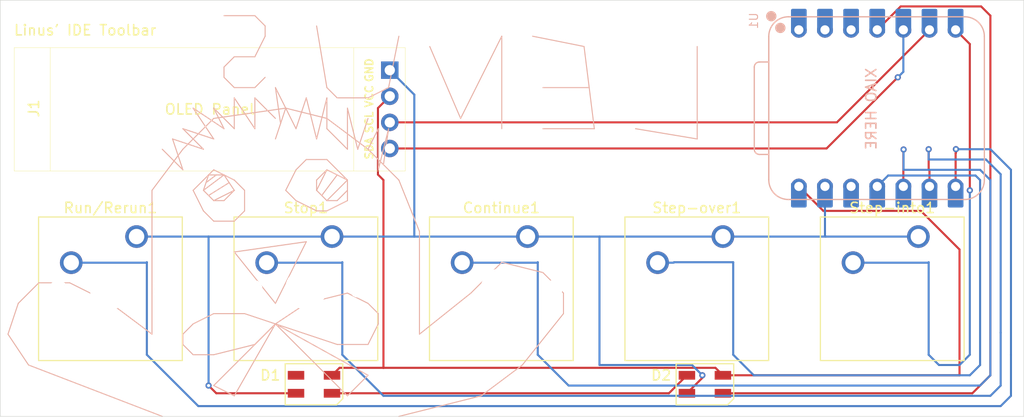
<source format=kicad_pcb>
(kicad_pcb (version 20240108) (generator "pcbnew") (generator_version "8.0")
  (layers (0 "F.Cu" signal) (31 "B.Cu" signal) (34 "B.Paste" user) (35 "F.Paste" user) (36 "B.SilkS" user "B.Silkscreen") (37 "F.SilkS" user "F.Silkscreen") (38 "B.Mask" user) (39 "F.Mask" user) (44 "Edge.Cuts" user))
  (net 0 "")
  (net 1 "Net-(D1-DIN)")
  (net 2 "GND")
  (net 4 "+5V")
  (net 5 "Net-(D2-DIN)")
  (net 6 "Net-(U1-GPIO2{slash}SCK)")
  (net 7 "Net-(U1-GPIO4{slash}MISO)")
  (net 8 "Net-(U1-GPIO3{slash}MOSI)")
  (net 9 "Net-(U1-GPIO1{slash}RX)")
  (net 12 "Net-(J1-Pin_4)")
  (net 14 "Net-(J1-Pin_3)")
  (net 15 "Net-(U1-GPIO0{slash}TX)")
  (footprint "OLED display:SSD1306-0.91-OLED-4pin-128x32" (layer "F.Cu") (at 73.115 85.115)
    (property "Reference" "J1" (at 1.9 5.91 90) (layer "F.SilkS"))
    (property "Value" "Conn_01x04_Pin")
    (fp_line (start 0 0) (end 0 12) (stroke (width 0.04)) (layer "F.SilkS"))
    (fp_line (start 0 12) (end 38 12) (stroke (width 0.04)) (layer "F.SilkS"))
    (fp_line (start 3.5 0) (end 3.5 12) (stroke (width 0.04)) (layer "F.SilkS"))
    (fp_line (start 33 0) (end 33 12) (stroke (width 0.04)) (layer "F.SilkS"))
    (fp_line (start 38 0) (end 0 0) (stroke (width 0.04)) (layer "F.SilkS"))
    (fp_line (start 38 12) (end 38 0) (stroke (width 0.04)) (layer "F.SilkS"))
    (fp_text user "VCC" (at 34.5 4.73 90) (layer "F.SilkS") (effects (font (size 0.75 0.75))))
    (fp_text user "SCL" (at 34.5 7.27 90) (layer "F.SilkS") (effects (font (size 0.75 0.75))))
    (fp_text user "GND" (at 34.5 2.19 90) (layer "F.SilkS") (effects (font (size 0.75 0.75))))
    (fp_text user "SDA" (at 34.5 9.81 90) (layer "F.SilkS") (effects (font (size 0.75 0.75))))
    (fp_text user "OLED Panel" (at 19 6 0) (layer "F.SilkS"))
    (pad "1" thru_hole rect (at 36.5 2.19) (size 1.7 1.7) (drill 1) (layers "*.Cu" "*.Mask") (net 2 "GND"))
    (pad "2" thru_hole oval (at 36.5 4.73) (size 1.7 1.7) (drill 1) (layers "*.Cu" "*.Mask") (net 4 "+5V"))
    (pad "3" thru_hole oval (at 36.5 7.27) (size 1.7 1.7) (drill 1) (layers "*.Cu" "*.Mask") (net 14 "Net-(J1-Pin_3)"))
    (pad "4" thru_hole oval (at 36.5 9.81) (size 1.7 1.7) (drill 1) (layers "*.Cu" "*.Mask") (net 12 "Net-(J1-Pin_4)"))
  )
  (footprint "Button_Switch_Keyboard:SW_Cherry_MX_1.00u_PCB" (layer "F.Cu") (at 104 103.5)
    (property "Reference" "Stop1" (at -2.54 -2.794 0) (layer "F.SilkS"))
    (property "Value" "SW_Push" (hide yes))
    (fp_line (start -9.525 -1.905) (end 4.445 -1.905) (stroke (width 0.12)) (layer "F.SilkS"))
    (fp_line (start -9.525 12.065) (end -9.525 -1.905) (stroke (width 0.12)) (layer "F.SilkS"))
    (fp_line (start 4.445 -1.905) (end 4.445 12.065) (stroke (width 0.12)) (layer "F.SilkS"))
    (fp_line (start 4.445 12.065) (end -9.525 12.065) (stroke (width 0.12)) (layer "F.SilkS"))
    (pad "" np_thru_hole circle (at -7.62 5.08) (size 1.7 1.7) (drill 1.7) (layers "*.Cu" "*.Mask"))
    (pad "" np_thru_hole circle (at -2.54 5.08) (size 4 4) (drill 4) (layers "*.Cu" "*.Mask"))
    (pad "" np_thru_hole circle (at 2.54 5.08) (size 1.7 1.7) (drill 1.7) (layers "*.Cu" "*.Mask"))
    (pad "1" thru_hole circle (at 0 0) (size 2.2 2.2) (drill 1.5) (layers "*.Cu" "*.Mask") (net 2 "GND"))
    (pad "2" thru_hole circle (at -6.35 2.54) (size 2.2 2.2) (drill 1.5) (layers "*.Cu" "*.Mask") (net 6 "Net-(U1-GPIO2{slash}SCK)"))
  )
  (footprint "Button_Switch_Keyboard:SW_Cherry_MX_1.00u_PCB" (layer "F.Cu") (at 85 103.5)
    (property "Reference" "Run/Rerun1" (at -2.54 -2.794 0) (layer "F.SilkS"))
    (property "Value" "SW_Push" (hide yes))
    (fp_line (start -9.525 -1.905) (end 4.445 -1.905) (stroke (width 0.12)) (layer "F.SilkS"))
    (fp_line (start -9.525 12.065) (end -9.525 -1.905) (stroke (width 0.12)) (layer "F.SilkS"))
    (fp_line (start 4.445 -1.905) (end 4.445 12.065) (stroke (width 0.12)) (layer "F.SilkS"))
    (fp_line (start 4.445 12.065) (end -9.525 12.065) (stroke (width 0.12)) (layer "F.SilkS"))
    (pad "" np_thru_hole circle (at -7.62 5.08) (size 1.7 1.7) (drill 1.7) (layers "*.Cu" "*.Mask"))
    (pad "" np_thru_hole circle (at -2.54 5.08) (size 4 4) (drill 4) (layers "*.Cu" "*.Mask"))
    (pad "" np_thru_hole circle (at 2.54 5.08) (size 1.7 1.7) (drill 1.7) (layers "*.Cu" "*.Mask"))
    (pad "1" thru_hole circle (at 0 0) (size 2.2 2.2) (drill 1.5) (layers "*.Cu" "*.Mask") (net 2 "GND"))
    (pad "2" thru_hole circle (at -6.35 2.54) (size 2.2 2.2) (drill 1.5) (layers "*.Cu" "*.Mask") (net 9 "Net-(U1-GPIO1{slash}RX)"))
  )
  (footprint "Button_Switch_Keyboard:SW_Cherry_MX_1.00u_PCB" (layer "F.Cu") (at 161 103.5)
    (property "Reference" "Step-into1" (at -2.54 -2.794 0) (layer "F.SilkS"))
    (property "Value" "SW_Push" (hide yes))
    (fp_line (start -9.525 -1.905) (end 4.445 -1.905) (stroke (width 0.12)) (layer "F.SilkS"))
    (fp_line (start -9.525 12.065) (end -9.525 -1.905) (stroke (width 0.12)) (layer "F.SilkS"))
    (fp_line (start 4.445 -1.905) (end 4.445 12.065) (stroke (width 0.12)) (layer "F.SilkS"))
    (fp_line (start 4.445 12.065) (end -9.525 12.065) (stroke (width 0.12)) (layer "F.SilkS"))
    (pad "" np_thru_hole circle (at -7.62 5.08) (size 1.7 1.7) (drill 1.7) (layers "*.Cu" "*.Mask"))
    (pad "" np_thru_hole circle (at -2.54 5.08) (size 4 4) (drill 4) (layers "*.Cu" "*.Mask"))
    (pad "" np_thru_hole circle (at 2.54 5.08) (size 1.7 1.7) (drill 1.7) (layers "*.Cu" "*.Mask"))
    (pad "1" thru_hole circle (at 0 0) (size 2.2 2.2) (drill 1.5) (layers "*.Cu" "*.Mask") (net 2 "GND"))
    (pad "2" thru_hole circle (at -6.35 2.54) (size 2.2 2.2) (drill 1.5) (layers "*.Cu" "*.Mask") (net 15 "Net-(U1-GPIO0{slash}TX)"))
  )
  (footprint "Button_Switch_Keyboard:SW_Cherry_MX_1.00u_PCB" (layer "F.Cu") (at 123 103.5)
    (property "Reference" "Continue1" (hide yes))
    (property "Value" "SW_Push" (hide yes))
    (fp_line (start -9.525 -1.905) (end 4.445 -1.905) (stroke (width 0.12)) (layer "F.SilkS"))
    (fp_line (start -9.525 12.065) (end -9.525 -1.905) (stroke (width 0.12)) (layer "F.SilkS"))
    (fp_line (start 4.445 -1.905) (end 4.445 12.065) (stroke (width 0.12)) (layer "F.SilkS"))
    (fp_line (start 4.445 12.065) (end -9.525 12.065) (stroke (width 0.12)) (layer "F.SilkS"))
    (fp_text user "${REFERENCE}" (at -2.54 -2.794 0) (layer "F.SilkS"))
    (pad "" np_thru_hole circle (at -7.62 5.08) (size 1.7 1.7) (drill 1.7) (layers "*.Cu" "*.Mask"))
    (pad "" np_thru_hole circle (at -2.54 5.08) (size 4 4) (drill 4) (layers "*.Cu" "*.Mask"))
    (pad "" np_thru_hole circle (at 2.54 5.08) (size 1.7 1.7) (drill 1.7) (layers "*.Cu" "*.Mask"))
    (pad "1" thru_hole circle (at 0 0) (size 2.2 2.2) (drill 1.5) (layers "*.Cu" "*.Mask") (net 2 "GND"))
    (pad "2" thru_hole circle (at -6.35 2.54) (size 2.2 2.2) (drill 1.5) (layers "*.Cu" "*.Mask") (net 7 "Net-(U1-GPIO4{slash}MISO)"))
  )
  (footprint "LED_SMD:LED_SK6812MINI_PLCC4_3.5x3.5mm_P1.75mm" (layer "F.Cu") (at 140.25 117.875)
    (property "Reference" "D2" (at -4.25 -0.875 0) (layer "F.SilkS"))
    (property "Value" "SK6812MINI" (hide yes))
    (fp_line (start -2.8 -2) (end -2.8 2) (stroke (width 0.12)) (layer "F.SilkS"))
    (fp_line (start -2.8 -2) (end 2.8 -2) (stroke (width 0.12)) (layer "F.SilkS"))
    (fp_line (start -2.8 2) (end 2.2 2) (stroke (width 0.12)) (layer "F.SilkS"))
    (fp_line (start 2.8 1.4) (end 2.2 2) (stroke (width 0.12)) (layer "F.SilkS"))
    (fp_line (start 2.8 1.4) (end 2.8 -2) (stroke (width 0.12)) (layer "F.SilkS"))
    (pad "1" smd rect (at -1.75 -0.875) (size 1.6 0.85) (layers "F.Cu" "F.Paste" "F.Mask") (net 1 "Net-(D1-DIN)"))
    (pad "2" smd rect (at -1.75 0.875) (size 1.6 0.85) (layers "F.Cu" "F.Paste" "F.Mask") (net 2 "GND"))
    (pad "3" smd rect (at 1.75 0.875) (size 1.6 0.85) (layers "F.Cu" "F.Paste" "F.Mask") (net 5 "Net-(D2-DIN)"))
    (pad "4" smd rect (at 1.75 -0.875) (size 1.6 0.85) (layers "F.Cu" "F.Paste" "F.Mask") (net 4 "+5V"))
  )
  (footprint "LED_SMD:LED_SK6812MINI_PLCC4_3.5x3.5mm_P1.75mm" (layer "F.Cu") (at 102.25 117.875)
    (property "Reference" "D1" (at -4.25 -0.875 0) (layer "F.SilkS"))
    (property "Value" "SK6812MINI" (hide yes))
    (fp_line (start -2.8 -2) (end -2.8 2) (stroke (width 0.12)) (layer "F.SilkS"))
    (fp_line (start -2.8 -2) (end 2.8 -2) (stroke (width 0.12)) (layer "F.SilkS"))
    (fp_line (start -2.8 2) (end 2.2 2) (stroke (width 0.12)) (layer "F.SilkS"))
    (fp_line (start 2.8 1.4) (end 2.2 2) (stroke (width 0.12)) (layer "F.SilkS"))
    (fp_line (start 2.8 1.4) (end 2.8 -2) (stroke (width 0.12)) (layer "F.SilkS"))
    (pad "1" smd rect (at -1.75 -0.875) (size 1.6 0.85) (layers "F.Cu" "F.Paste" "F.Mask"))
    (pad "2" smd rect (at -1.75 0.875) (size 1.6 0.85) (layers "F.Cu" "F.Paste" "F.Mask") (net 2 "GND"))
    (pad "3" smd rect (at 1.75 0.875) (size 1.6 0.85) (layers "F.Cu" "F.Paste" "F.Mask") (net 1 "Net-(D1-DIN)"))
    (pad "4" smd rect (at 1.75 -0.875) (size 1.6 0.85) (layers "F.Cu" "F.Paste" "F.Mask") (net 4 "+5V"))
  )
  (footprint "Button_Switch_Keyboard:SW_Cherry_MX_1.00u_PCB" (layer "F.Cu") (at 142 103.5)
    (property "Reference" "Step-over1" (at -2.54 -2.794 0) (layer "F.SilkS"))
    (property "Value" "SW_Push" (hide yes))
    (fp_line (start -9.525 -1.905) (end 4.445 -1.905) (stroke (width 0.12)) (layer "F.SilkS"))
    (fp_line (start -9.525 12.065) (end -9.525 -1.905) (stroke (width 0.12)) (layer "F.SilkS"))
    (fp_line (start 4.445 -1.905) (end 4.445 12.065) (stroke (width 0.12)) (layer "F.SilkS"))
    (fp_line (start 4.445 12.065) (end -9.525 12.065) (stroke (width 0.12)) (layer "F.SilkS"))
    (pad "" np_thru_hole circle (at -7.62 5.08) (size 1.7 1.7) (drill 1.7) (layers "*.Cu" "*.Mask"))
    (pad "" np_thru_hole circle (at -2.54 5.08) (size 4 4) (drill 4) (layers "*.Cu" "*.Mask"))
    (pad "" np_thru_hole circle (at 2.54 5.08) (size 1.7 1.7) (drill 1.7) (layers "*.Cu" "*.Mask"))
    (pad "1" thru_hole circle (at 0 0) (size 2.2 2.2) (drill 1.5) (layers "*.Cu" "*.Mask") (net 2 "GND"))
    (pad "2" thru_hole circle (at -6.35 2.54) (size 2.2 2.2) (drill 1.5) (layers "*.Cu" "*.Mask") (net 8 "Net-(U1-GPIO3{slash}MOSI)"))
  )
  (footprint "OPL:XIAO-RP2040-DIP" (layer "B.Cu") (at 157 91 -90)
    (property "Reference" "U1" (at -8.5 12 90) (layer "B.SilkS") (effects (font (size 0.8 0.8) (thickness 0.1016)) (justify mirror)))
    (property "Value" "XIAO-RP2040-DIP" (hide yes))
    (fp_line (start 4.004 11.951) (end -3.991272 11.951) (stroke (width 0.127)) (layer "B.SilkS"))
    (fp_line (start -4.491272 11.451272) (end -4.495 10.541) (stroke (width 0.127)) (layer "B.SilkS"))
    (fp_line (start -6.985 10.541) (end 6.985 10.541) (stroke (width 0.1)) (layer "B.SilkS"))
    (fp_line (start -6.985 10.541) (end 6.985 10.541) (stroke (width 0.127)) (layer "B.SilkS"))
    (fp_line (start 4.504 10.541) (end 4.504 11.451) (stroke (width 0.127)) (layer "B.SilkS"))
    (fp_line (start -8.89 8.636) (end -8.89 -8.509) (stroke (width 0.127)) (layer "B.SilkS"))
    (fp_line (start 8.89 8.636) (end 8.89 -8.509) (stroke (width 0.127)) (layer "B.SilkS"))
    (fp_line (start 6.985 -10.414) (end -6.985 -10.414) (stroke (width 0.127)) (layer "B.SilkS"))
    (fp_arc (start -3.991272 11.951) (mid -4.344724 11.804644) (end -4.491272 11.451272) (stroke (width 0.127)) (layer "B.SilkS"))
    (fp_arc (start 4.504 11.451) (mid 4.357553 11.804553) (end 4.004 11.951) (stroke (width 0.127)) (layer "B.SilkS"))
    (fp_arc (start -6.985 10.541) (mid -8.332038 9.983038) (end -8.89 8.636) (stroke (width 0.127)) (layer "B.SilkS"))
    (fp_arc (start 8.89 8.636) (mid 8.332038 9.983038) (end 6.985 10.541) (stroke (width 0.127)) (layer "B.SilkS"))
    (fp_arc (start -8.89 -8.509) (mid -8.332038 -9.856038) (end -6.985 -10.414) (stroke (width 0.127)) (layer "B.SilkS"))
    (fp_arc (start 6.985 -10.414) (mid 8.332038 -9.856038) (end 8.89 -8.509) (stroke (width 0.127)) (layer "B.SilkS"))
    (fp_circle (center -8.95 10.3) (end -8.95 10.554) (stroke (width 0.5)) (fill solid) (layer "B.SilkS"))
    (fp_circle (center -7.807 9.42) (end -7.807 9.674) (stroke (width 0.5)) (fill solid) (layer "B.SilkS"))
    (pad "1" smd roundrect (at -8.455 7.62 90) (size 2.432 1.524) (layers "B.Cu" "B.Mask") (roundrect_rratio 0.1))
    (pad "1" thru_hole circle (at -7.62 7.62 90) (size 1.524 1.524) (drill 0.889) (layers "*.Cu" "*.Mask"))
    (pad "2" smd roundrect (at -8.455 5.08 90) (size 2.432 1.524) (layers "B.Cu" "B.Mask") (roundrect_rratio 0.1))
    (pad "2" thru_hole circle (at -7.62 5.08 90) (size 1.524 1.524) (drill 0.889) (layers "*.Cu" "*.Mask"))
    (pad "3" smd roundrect (at -8.455 2.54 90) (size 2.432 1.524) (layers "B.Cu" "B.Mask") (roundrect_rratio 0.1))
    (pad "3" thru_hole circle (at -7.62 2.54 90) (size 1.524 1.524) (drill 0.889) (layers "*.Cu" "*.Mask"))
    (pad "4" smd roundrect (at -8.455 0 90) (size 2.432 1.524) (layers "B.Cu" "B.Mask") (roundrect_rratio 0.1) (net 5 "Net-(D2-DIN)"))
    (pad "4" thru_hole circle (at -7.62 0 90) (size 1.524 1.524) (drill 0.889) (layers "*.Cu" "*.Mask") (net 5 "Net-(D2-DIN)"))
    (pad "5" smd roundrect (at -8.455 -2.54 90) (size 2.432 1.524) (layers "B.Cu" "B.Mask") (roundrect_rratio 0.1) (net 12 "Net-(J1-Pin_4)"))
    (pad "5" thru_hole circle (at -7.62 -2.54 90) (size 1.524 1.524) (drill 0.889) (layers "*.Cu" "*.Mask") (net 12 "Net-(J1-Pin_4)"))
    (pad "6" smd roundrect (at -8.455 -5.08 90) (size 2.432 1.524) (layers "B.Cu" "B.Mask") (roundrect_rratio 0.1) (net 14 "Net-(J1-Pin_3)"))
    (pad "6" thru_hole circle (at -7.62 -5.08 90) (size 1.524 1.524) (drill 0.889) (layers "*.Cu" "*.Mask") (net 14 "Net-(J1-Pin_3)"))
    (pad "7" smd roundrect (at -8.455 -7.62 90) (size 2.432 1.524) (layers "B.Cu" "B.Mask") (roundrect_rratio 0.1) (net 15 "Net-(U1-GPIO0{slash}TX)"))
    (pad "7" thru_hole circle (at -7.62 -7.62 90) (size 1.524 1.524) (drill 0.889) (layers "*.Cu" "*.Mask") (net 15 "Net-(U1-GPIO0{slash}TX)"))
    (pad "8" thru_hole circle (at 7.62 -7.62 270) (size 1.524 1.524) (drill 0.889) (layers "*.Cu" "*.Mask") (net 9 "Net-(U1-GPIO1{slash}RX)"))
    (pad "8" smd roundrect (at 8.455 -7.62 270) (size 2.432 1.524) (layers "B.Cu" "B.Mask") (roundrect_rratio 0.1) (net 9 "Net-(U1-GPIO1{slash}RX)"))
    (pad "9" thru_hole circle (at 7.62 -5.08 270) (size 1.524 1.524) (drill 0.889) (layers "*.Cu" "*.Mask") (net 6 "Net-(U1-GPIO2{slash}SCK)"))
    (pad "9" smd roundrect (at 8.455 -5.08 270) (size 2.432 1.524) (layers "B.Cu" "B.Mask") (roundrect_rratio 0.1) (net 6 "Net-(U1-GPIO2{slash}SCK)"))
    (pad "10" thru_hole circle (at 7.62 -2.54 270) (size 1.524 1.524) (drill 0.889) (layers "*.Cu" "*.Mask") (net 7 "Net-(U1-GPIO4{slash}MISO)"))
    (pad "10" smd roundrect (at 8.455 -2.54 270) (size 2.432 1.524) (layers "B.Cu" "B.Mask") (roundrect_rratio 0.1) (net 7 "Net-(U1-GPIO4{slash}MISO)"))
    (pad "11" thru_hole circle (at 7.62 0 270) (size 1.524 1.524) (drill 0.889) (layers "*.Cu" "*.Mask") (net 8 "Net-(U1-GPIO3{slash}MOSI)"))
    (pad "11" smd roundrect (at 8.455 0 270) (size 2.432 1.524) (layers "B.Cu" "B.Mask") (roundrect_rratio 0.1) (net 8 "Net-(U1-GPIO3{slash}MOSI)"))
    (pad "12" thru_hole circle (at 7.62 2.54 270) (size 1.524 1.524) (drill 0.889) (layers "*.Cu" "*.Mask"))
    (pad "12" smd roundrect (at 8.455 2.54 270) (size 2.432 1.524) (layers "B.Cu" "B.Mask") (roundrect_rratio 0.1))
    (pad "13" thru_hole circle (at 7.62 5.08 270) (size 1.524 1.524) (drill 0.889) (layers "*.Cu" "*.Mask") (net 2 "GND"))
    (pad "13" smd roundrect (at 8.455 5.08 270) (size 2.432 1.524) (layers "B.Cu" "B.Mask") (roundrect_rratio 0.1) (net 2 "GND"))
    (pad "14" thru_hole circle (at 7.62 7.62 270) (size 1.524 1.524) (drill 0.889) (layers "*.Cu" "*.Mask") (net 4 "+5V"))
    (pad "14" smd roundrect (at 8.455 7.62 270) (size 2.432 1.524) (layers "B.Cu" "B.Mask") (roundrect_rratio 0.1) (net 4 "+5V"))
  )
  (gr_line (start 99.5 91) (end 98.5 89) (stroke (width 0.1)) (layer "B.SilkS"))
  (gr_line (start 105.5 95) (end 103.5 93) (stroke (width 0.1)) (layer "B.SilkS"))
  (gr_line (start 98.5 112) (end 101.5 110) (stroke (width 0.1)) (layer "B.SilkS"))
  (gr_line (start 92.5 100) (end 91.5 99) (stroke (width 0.1)) (layer "B.SilkS"))
  (gr_line (start 101.5 110) (end 105.5 109) (stroke (width 0.1)) (layer "B.SilkS"))
  (gr_line (start 107.5 117) (end 105.5 119) (stroke (width 0.1)) (layer "B.SilkS"))
  (gr_line (start 92.5 102) (end 91.5 101) (stroke (width 0.1)) (layer "B.SilkS"))
  (gr_line (start 97.5 83) (end 97.5 84) (stroke (width 0.1)) (layer "B.SilkS"))
  (gr_line (start 122.5 116) (end 126.5 111) (stroke (width 0.1)) (layer "B.SilkS"))
  (gr_line (start 128.5 85) (end 129.5 93) (stroke (width 0.1)) (layer "B.SilkS"))
  (gr_line (start 96.5 93) (end 94.5 90) (stroke (width 0.1)) (layer "B.SilkS"))
  (gr_line (start 110.5 84) (end 109.5 89) (stroke (width 0.1)) (layer "B.SilkS"))
  (gr_line (start 100.5 100) (end 102.5 101) (stroke (width 0.1)) (layer "B.SilkS"))
  (gr_line (start 98.5 92) (end 96.5 90) (stroke (width 0.1)) (layer "B.SilkS"))
  (gr_line (start 98.5 112) (end 107.5 117) (stroke (width 0.1)) (layer "B.SilkS"))
  (gr_line (start 101.5 96) (end 100.5 97) (stroke (width 0.1)) (layer "B.SilkS"))
  (gr_line (start 96.5 86) (end 94.5 86) (stroke (width 0.1)) (layer "B.SilkS"))
  (gr_line (start 74.5 116) (end 87.5 121) (stroke (width 0.1)) (layer "B.SilkS"))
  (gr_line (start 86.5 99) (end 86.5 113) (stroke (width 0.1)) (layer "B.SilkS"))
  (gr_line (start 126.5 111) (end 126.5 109) (stroke (width 0.1)) (layer "B.SilkS"))
  (gr_line (start 105.5 98) (end 103.5 100) (stroke (width 0.1)) (layer "B.SilkS"))
  (gr_line (start 97.5 84) (end 96.5 86) (stroke (width 0.1)) (layer "B.SilkS"))
  (gr_line (start 110.5 121) (end 118.5 119) (stroke (width 0.1)) (layer "B.SilkS"))
  (gr_line (start 90.5 115) (end 92.5 115) (stroke (width 0.1)) (layer "B.SilkS"))
  (gr_line (start 98.5 110) (end 101.5 104) (stroke (width 0.1)) (layer "B.SilkS"))
  (gr_line (start 103.5 93) (end 103.5 90) (stroke (width 0.1)) (layer "B.SilkS"))
  (gr_line (start 109.5 93) (end 108.5 97) (stroke (width 0.1)) (layer "B.SilkS"))
  (gr_line (start 94.5 99) (end 93.5 100) (stroke (width 0.1)) (layer "B.SilkS"))
  (gr_line (start 105.5 119) (end 98.5 112) (stroke (width 0.1)) (layer "B.SilkS"))
  (gr_line (start 105.5 91) (end 105.5 95) (stroke (width 0.1)) (layer "B.SilkS"))
  (gr_line (start 91.5 95) (end 88.5 94) (stroke (width 0.1)) (layer "B.SilkS"))
  (gr_line (start 96.5 114) (end 98.5 112) (stroke (width 0.1)) (layer "B.SilkS"))
  (gr_line (start 92.75 97.5) (end 91.75 98.25) (stroke (width 0.1)) (layer "B.SilkS"))
  (gr_line (start 101.5 90) (end 100.5 93) (stroke (width 0.1)) (layer "B.SilkS"))
  (gr_line (start 92.5 91) (end 93.5 93) (stroke (width 0.1)) (layer "B.SilkS"))
  (gr_line (start 101.5 104) (end 94.5 105) (stroke (width 0.1)) (layer "B.SilkS"))
  (gr_line (start 102.5 101) (end 103.5 101) (stroke (width 0.1)) (layer "B.SilkS"))
  (gr_line (start 103.5 97) (end 102.5 98) (stroke (width 0.1)) (layer "B.SilkS"))
  (gr_line (start 92.5 115) (end 96.5 114) (stroke (width 0.1)) (layer "B.SilkS"))
  (gr_line (start 91.5 99) (end 92 97.5) (stroke (width 0.1)) (layer "B.SilkS"))
  (gr_line (start 95.5 99) (end 95.5 101) (stroke (width 0.1)) (layer "B.SilkS"))
  (gr_line (start 112.5 103) (end 110.5 98) (stroke (width 0.1)) (layer "B.SilkS"))
  (gr_line (start 139.5 85) (end 139.5 94) (stroke (width 0.1)) (layer "B.SilkS"))
  (gr_line (start 90.5 91) (end 92.5 94) (stroke (width 0.1)) (layer "B.SilkS"))
  (gr_line (start 96.5 89) (end 97.5 88) (stroke (width 0.1)) (layer "B.SilkS"))
  (gr_line (start 107.5 95) (end 103.5 92) (stroke (width 0.1)) (layer "B.SilkS"))
  (gr_line (start 93.5 100) (end 92.5 100) (stroke (width 0.1)) (layer "B.SilkS"))
  (gr_line (start 91.5 101) (end 90.5 99) (stroke (width 0.1)) (layer "B.SilkS"))
  (gr_line (start 94.5 105) (end 98.5 110) (stroke (width 0.1)) (layer "B.SilkS"))
  (gr_line (start 72.5 113) (end 74.5 116) (stroke (width 0.1)) (layer "B.SilkS"))
  (gr_line (start 107.5 114) (end 104.5 114) (stroke (width 0.1)) (layer "B.SilkS"))
  (gr_line (start 88.5 94) (end 89.5 97) (stroke (width 0.1)) (layer "B.SilkS"))
  (gr_line (start 117.5 109) (end 112.5 113) (stroke (width 0.1)) (layer "B.SilkS"))
  (gr_line (start 100.5 93) (end 99.5 91) (stroke (width 0.1)) (layer "B.SilkS"))
  (gr_line (start 93.5 97.5) (end 91.5 99) (stroke (width 0.1)) (layer "B.SilkS"))
  (gr_line (start 90.5 112) (end 89.5 113) (stroke (width 0.1)) (layer "B.SilkS"))
  (gr_line (start 103 99.5) (end 104.5 97.5) (stroke (width 0.1)) (layer "B.SilkS"))
  (gr_line (start 108.5 111) (end 108.5 112) (stroke (width 0.1)) (layer "B.SilkS"))
  (gr_line (start 94.5 99) (end 92.5 100) (stroke (width 0.1)) (layer "B.SilkS"))
  (gr_line (start 73.5 110) (end 72.5 113) (stroke (width 0.1)) (layer "B.SilkS"))
  (gr_line (start 109.5 89) (end 107.5 90) (stroke (width 0.1)) (layer "B.SilkS"))
  (gr_line (start 103.5 101) (end 105.5 100) (stroke (width 0.1)) (layer "B.SilkS"))
  (gr_line (start 129 89) (end 124.5 89) (stroke (width 0.1)) (layer "B.SilkS"))
  (gr_line (start 105.5 98) (end 103.5 97) (stroke (width 0.1)) (layer "B.SilkS"))
  (gr_line (start 120.5 106) (end 117.5 109) (stroke (width 0.1)) (layer "B.SilkS"))
  (gr_line (start 107.5 92) (end 106.5 95) (stroke (width 0.1)) (layer "B.SilkS"))
  (gr_line (start 139.5 94) (end 133.5 93) (stroke (width 0.1)) (layer "B.SilkS"))
  (gr_line (start 94.5 102) (end 92.5 102) (stroke (width 0.1)) (layer "B.SilkS"))
  (gr_line (start 99.5 91) (end 92.5 92) (stroke (width 0.1)) (layer "B.SilkS"))
  (gr_line (start 94.5 119) (end 92.5 118) (stroke (width 0.1)) (layer "B.SilkS"))
  (gr_line (start 96.5 90) (end 96.5 93) (stroke (width 0.1)) (layer "B.SilkS"))
  (gr_line (start 92.5 118) (end 98.5 112) (stroke (width 0.1)) (layer "B.SilkS"))
  (gr_line (start 89.5 113) (end 89.5 114) (stroke (width 0.1)) (layer "B.SilkS"))
  (gr_line (start 93.5 93) (end 90.5 91) (stroke (width 0.1)) (layer "B.SilkS"))
  (gr_line (start 96.5 82) (end 97.5 83) (stroke (width 0.1)) (layer "B.SilkS"))
  (gr_line (start 105.5 109) (end 107.5 110) (stroke (width 0.1)) (layer "B.SilkS"))
  (gr_line (start 128.5 85) (end 123.5 84) (stroke (width 0.1)) (layer "B.SilkS"))
  (gr_line (start 104.5 90) (end 103.5 89) (stroke (width 0.1)) (layer "B.SilkS"))
  (gr_line (start 92.5 94) (end 89.5 93) (stroke (width 0.1)) (layer "B.SilkS"))
  (gr_line (start 120.5 93) (end 120.5 84) (stroke (width 0.1)) (layer "B.SilkS"))
  (gr_line (start 82.5 110) (end 78.5 108) (stroke (width 0.1)) (layer "B.SilkS"))
  (gr_line (start 129.5 93) (end 124.5 93) (stroke (width 0.1)) (layer "B.SilkS"))
  (gr_line (start 89.5 97) (end 87.5 95) (stroke (width 0.1)) (layer "B.SilkS"))
  (gr_line (start 102.5 98) (end 102.5 99) (stroke (width 0.1)) (layer "B.SilkS"))
  (gr_line (start 120.5 84) (end 116.5 92) (stroke (width 0.1)) (layer "B.SilkS"))
  (gr_line (start 92 99.5) (end 94 98.25) (stroke (width 0.1)) (layer "B.SilkS"))
  (gr_line (start 103.5 100) (end 104.5 100) (stroke (width 0.1)) (layer "B.SilkS"))
  (gr_line (start 110.5 98) (end 107.5 95) (stroke (width 0.1)) (layer "B.SilkS"))
  (gr_line (start 116.5 92) (end 113.5 85) (stroke (width 0.1)) (layer "B.SilkS"))
  (gr_line (start 112.5 113) (end 112.5 103) (stroke (width 0.1)) (layer "B.SilkS"))
  (gr_line (start 118.5 119) (end 122.5 116) (stroke (width 0.1)) (layer "B.SilkS"))
  (gr_line (start 86.5 113) (end 82.5 110) (stroke (width 0.1)) (layer "B.SilkS"))
  (gr_line (start 108.5 112) (end 107.5 114) (stroke (width 0.1)) (layer "B.SilkS"))
  (gr_line (start 92 97.5) (end 93.5 97.5) (stroke (width 0.1)) (layer "B.SilkS"))
  (gr_line (start 93.5 97.5) (end 94.5 99) (stroke (width 0.1)) (layer "B.SilkS"))
  (gr_line (start 98.5 94) (end 99.5 91) (stroke (width 0.1)) (layer "B.SilkS"))
  (gr_line (start 107.5 90) (end 104.5 90) (stroke (width 0.1)) (layer "B.SilkS"))
  (gr_line (start 100.5 97) (end 99.5 99) (stroke (width 0.1)) (layer "B.SilkS"))
  (gr_line (start 94.5 89) (end 96.5 89) (stroke (width 0.1)) (layer "B.SilkS"))
  (gr_line (start 95.5 111) (end 92.5 111) (stroke (width 0.1)) (layer "B.SilkS"))
  (gr_line (start 104.5 100) (end 105.5 99) (stroke (width 0.1)) (layer "B.SilkS"))
  (gr_line (start 107.5 110) (end 108.5 111) (stroke (width 0.1)) (layer "B.SilkS"))
  (gr_line (start 95.5 101) (end 94.5 102) (stroke (width 0.1)) (layer "B.SilkS"))
  (gr_line (start 94.5 86) (end 93.5 87) (stroke (width 0.1)) (layer "B.SilkS"))
  (gr_line (start 98.5 89) (end 99 92.5) (stroke (width 0.1)) (layer "B.SilkS"))
  (gr_line (start 78.5 108) (end 75.5 108) (stroke (width 0.1)) (layer "B.SilkS"))
  (gr_line (start 103.5 89) (end 102.5 83) (stroke (width 0.1)) (layer "B.SilkS"))
  (gr_line (start 93.5 82) (end 96.5 82) (stroke (width 0.1)) (layer "B.SilkS"))
  (gr_line (start 98.5 112) (end 94.5 119) (stroke (width 0.1)) (layer "B.SilkS"))
  (gr_line (start 94.5 90) (end 94.5 93) (stroke (width 0.1)) (layer "B.SilkS"))
  (gr_line (start 103.5 97) (end 102.5 99) (stroke (width 0.1)) (layer "B.SilkS"))
  (gr_line (start 105.5 98) (end 103.5 96) (stroke (width 0.1)) (layer "B.SilkS"))
  (gr_line (start 98.5 112) (end 95.5 111) (stroke (width 0.1)) (layer "B.SilkS"))
  (gr_line (start 124.5 107) (end 120.5 106) (stroke (width 0.1)) (layer "B.SilkS"))
  (gr_line (start 94.5 98) (end 95.5 99) (stroke (width 0.1)) (layer "B.SilkS"))
  (gr_line (start 108.5 97) (end 108.5 93) (stroke (width 0.1)) (layer "B.SilkS"))
  (gr_line (start 99.5 99) (end 100.5 100) (stroke (width 0.1)) (layer "B.SilkS"))
  (gr_line (start 109 96.5) (end 109.5 93) (stroke (width 0.1)) (layer "B.SilkS"))
  (gr_line (start 103.5 90) (end 102.5 94) (stroke (width 0.1)) (layer "B.SilkS"))
  (gr_line (start 75.5 108) (end 73.5 110) (stroke (width 0.1)) (layer "B.SilkS"))
  (gr_line (start 103.5 96) (end 101.5 96) (stroke (width 0.1)) (layer "B.SilkS"))
  (gr_line (start 89.5 95) (end 86.5 99) (stroke (width 0.1)) (layer "B.SilkS"))
  (gr_line (start 89.5 93) (end 91.5 95) (stroke (width 0.1)) (layer "B.SilkS"))
  (gr_line (start 106.5 95) (end 105.5 91) (stroke (width 0.1)) (layer "B.SilkS"))
  (gr_line (start 93.5 87) (end 93.5 88) (stroke (width 0.1)) (layer "B.SilkS"))
  (gr_line (start 92.5 92) (end 89.5 95) (stroke (width 0.1)) (layer "B.SilkS"))
  (gr_line (start 126.5 109) (end 124.5 107) (stroke (width 0.1)) (layer "B.SilkS"))
  (gr_line (start 105.5 100) (end 105.5 98) (stroke (width 0.1)) (layer "B.SilkS"))
  (gr_line (start 89.5 114) (end 90.5 115) (stroke (width 0.1)) (layer "B.SilkS"))
  (gr_line (start 102.5 99) (end 103.5 100) (stroke (width 0.1)) (layer "B.SilkS"))
  (gr_line (start 103.5 92) (end 99.5 91) (stroke (width 0.1)) (layer "B.SilkS"))
  (gr_line (start 92.5 97) (end 94.5 98) (stroke (width 0.1)) (layer "B.SilkS"))
  (gr_line (start 91.5 98) (end 92.5 97) (stroke (width 0.1)) (layer "B.SilkS"))
  (gr_line (start 104.5 114) (end 98.5 112) (stroke (width 0.1)) (layer "B.SilkS"))
  (gr_line (start 90.5 99) (end 91.5 98) (stroke (width 0.1)) (layer "B.SilkS"))
  (gr_line (start 108.5 93) (end 107.5 95) (stroke (width 0.1)) (layer "B.SilkS"))
  (gr_line (start 92.5 111) (end 90.5 112) (stroke (width 0.1)) (layer "B.SilkS"))
  (gr_line (start 94.5 93) (end 92.5 91) (stroke (width 0.1)) (layer "B.SilkS"))
  (gr_line (start 93.5 88) (end 94.5 89) (stroke (width 0.1)) (layer "B.SilkS"))
  (gr_line (start 102.5 94) (end 101.5 90) (stroke (width 0.1)) (layer "B.SilkS"))
  (gr_rect (start 71.75 80.5) (end 171.25 121) (stroke (width 0.05)) (fill none) (layer "Edge.Cuts"))
  (gr_text "XIAO HERE" (at 157 87 90) (layer "B.SilkS") (effects (font (size 1 1)) (justify left bottom mirror)))
  (gr_text "Linus' IDE Toolbar" (at 73 84 0) (layer "F.SilkS") (effects (font (size 1 1)) (justify left bottom)))
  (segment (start 104 118.75) (end 136.75 118.75) (width 0.2) (layer "F.Cu") (net 1))
  (segment (start 136.75 118.75) (end 138.5 117) (width 0.2) (layer "F.Cu") (net 1))
  (segment (start 92.75 118.75) (end 92 118) (width 0.2) (layer "F.Cu") (net 2))
  (segment (start 140 117.25) (end 140 117) (width 0.2) (layer "F.Cu") (net 2))
  (segment (start 138.5 118.75) (end 140 117.25) (width 0.2) (layer "F.Cu") (net 2))
  (segment (start 100.5 118.75) (end 92.75 118.75) (width 0.2) (layer "F.Cu") (net 2))
  (via (at 92 118) (size 0.6) (drill 0.3) (layers "F.Cu" "B.Cu") (net 2))
  (via (at 140 117) (size 0.6) (drill 0.3) (layers "F.Cu" "B.Cu") (net 2))
  (segment (start 92 103.5) (end 92 118) (width 0.2) (layer "B.Cu") (net 2))
  (segment (start 130 103.5) (end 142 103.5) (width 0.2) (layer "B.Cu") (net 2))
  (segment (start 142 103.5) (end 152 103.5) (width 0.2) (layer "B.Cu") (net 2))
  (segment (start 92 103.5) (end 104 103.5) (width 0.2) (layer "B.Cu") (net 2))
  (segment (start 140 117) (end 139 116) (width 0.2) (layer "B.Cu") (net 2))
  (segment (start 130 116) (end 130 103.5) (width 0.2) (layer "B.Cu") (net 2))
  (segment (start 123 103.5) (end 130 103.5) (width 0.2) (layer "B.Cu") (net 2))
  (segment (start 109.615 87.305) (end 112 89.69) (width 0.2) (layer "B.Cu") (net 2))
  (segment (start 112 89.69) (end 112 103.5) (width 0.2) (layer "B.Cu") (net 2))
  (segment (start 151.92 98.62) (end 151.92 103.42) (width 0.2) (layer "B.Cu") (net 2))
  (segment (start 112 103.5) (end 123 103.5) (width 0.2) (layer "B.Cu") (net 2))
  (segment (start 151.92 103.42) (end 152 103.5) (width 0.2) (layer "B.Cu") (net 2))
  (segment (start 104 103.5) (end 112 103.5) (width 0.2) (layer "B.Cu") (net 2))
  (segment (start 139 116) (end 130 116) (width 0.2) (layer "B.Cu") (net 2))
  (segment (start 152 103.5) (end 161 103.5) (width 0.2) (layer "B.Cu") (net 2))
  (segment (start 85 103.5) (end 92 103.5) (width 0.2) (layer "B.Cu") (net 2))
  (segment (start 104.725 116.275) (end 109 116.275) (width 0.2) (layer "F.Cu") (net 4))
  (segment (start 151.76 101) (end 149.38 98.62) (width 0.2) (layer "F.Cu") (net 4))
  (segment (start 165 117) (end 165 104.76) (width 0.2) (layer "F.Cu") (net 4))
  (segment (start 108.465 97.465) (end 109 98) (width 0.2) (layer "F.Cu") (net 4))
  (segment (start 165 104.76) (end 161.24 101) (width 0.2) (layer "F.Cu") (net 4))
  (segment (start 108.465 90.995) (end 108.465 97.465) (width 0.2) (layer "F.Cu") (net 4))
  (segment (start 109 98) (end 109 116.275) (width 0.2) (layer "F.Cu") (net 4))
  (segment (start 141.275 116.275) (end 142 117) (width 0.2) (layer "F.Cu") (net 4))
  (segment (start 104 117) (end 104.725 116.275) (width 0.2) (layer "F.Cu") (net 4))
  (segment (start 109.615 89.845) (end 108.465 90.995) (width 0.2) (layer "F.Cu") (net 4))
  (segment (start 161.24 101) (end 151.76 101) (width 0.2) (layer "F.Cu") (net 4))
  (segment (start 109 116.275) (end 141.275 116.275) (width 0.2) (layer "F.Cu") (net 4))
  (segment (start 142 117) (end 165 117) (width 0.2) (layer "F.Cu") (net 4))
  (segment (start 168 117) (end 166.25 118.75) (width 0.2) (layer "F.Cu") (net 5))
  (segment (start 168 82) (end 168 117) (width 0.2) (layer "F.Cu") (net 5))
  (segment (start 157 83.38) (end 159.28 81.1) (width 0.2) (layer "F.Cu") (net 5))
  (segment (start 159.28 81.1) (end 167.1 81.1) (width 0.2) (layer "F.Cu") (net 5))
  (segment (start 167.1 81.1) (end 168 82) (width 0.2) (layer "F.Cu") (net 5))
  (segment (start 166.25 118.75) (end 142 118.75) (width 0.2) (layer "F.Cu") (net 5))
  (segment (start 162 95) (end 162 97) (width 0.2) (layer "F.Cu") (net 6))
  (segment (start 162.08 97.08) (end 162.08 98.62) (width 0.2) (layer "F.Cu") (net 6))
  (segment (start 162 97) (end 162.08 97.08) (width 0.2) (layer "F.Cu") (net 6))
  (via (at 162 95) (size 0.6) (drill 0.3) (layers "F.Cu" "B.Cu") (net 6))
  (segment (start 97.65 106.04) (end 104.96 106.04) (width 0.2) (layer "B.Cu") (net 6))
  (segment (start 162 96) (end 162 95) (width 0.2) (layer "B.Cu") (net 6))
  (segment (start 169 112.847786) (end 169 97.434315) (width 0.2) (layer "B.Cu") (net 6))
  (segment (start 105 115) (end 109 119) (width 0.2) (layer "B.Cu") (net 6))
  (segment (start 104.96 106.04) (end 105 106) (width 0.2) (layer "B.Cu") (net 6))
  (segment (start 167.565685 96) (end 162 96) (width 0.2) (layer "B.Cu") (net 6))
  (segment (start 105 106) (end 105 115) (width 0.2) (layer "B.Cu") (net 6))
  (segment (start 168 119) (end 169 118) (width 0.2) (layer "B.Cu") (net 6))
  (segment (start 169 97.434315) (end 167.565685 96) (width 0.2) (layer "B.Cu") (net 6))
  (segment (start 109 119) (end 168 119) (width 0.2) (layer "B.Cu") (net 6))
  (segment (start 169 118) (end 169 112.847786) (width 0.2) (layer "B.Cu") (net 6))
  (segment (start 159.54 95.044273) (end 159.54 98.62) (width 0.2) (layer "F.Cu") (net 7))
  (segment (start 159.560417 95.023856) (end 159.54 95.044273) (width 0.2) (layer "F.Cu") (net 7))
  (via (at 159.560417 95.023856) (size 0.6) (drill 0.3) (layers "F.Cu" "B.Cu") (net 7))
  (segment (start 159.560417 96.992577) (end 159.560417 95.023856) (width 0.2) (layer "B.Cu") (net 7))
  (segment (start 168 98) (end 167 97) (width 0.2) (layer "B.Cu") (net 7))
  (segment (start 167 118) (end 168 117) (width 0.2) (layer "B.Cu") (net 7))
  (segment (start 160 97) (end 159.552994 97) (width 0.2) (layer "B.Cu") (net 7))
  (segment (start 124 106) (end 124 115) (width 0.2) (layer "B.Cu") (net 7))
  (segment (start 159.552994 97) (end 159.560417 96.992577) (width 0.2) (layer "B.Cu") (net 7))
  (segment (start 123.96 106.04) (end 124 106) (width 0.2) (layer "B.Cu") (net 7))
  (segment (start 168 117) (end 168 98) (width 0.2) (layer "B.Cu") (net 7))
  (segment (start 167 97) (end 160 97) (width 0.2) (layer "B.Cu") (net 7))
  (segment (start 116.65 106.04) (end 123.96 106.04) (width 0.2) (layer "B.Cu") (net 7))
  (segment (start 127 118) (end 167 118) (width 0.2) (layer "B.Cu") (net 7))
  (segment (start 124 115) (end 127 118) (width 0.2) (layer "B.Cu") (net 7))
  (segment (start 167 98) (end 166.558 97.558) (width 0.2) (layer "B.Cu") (net 8))
  (segment (start 158.062 97.558) (end 157 98.62) (width 0.2) (layer "B.Cu") (net 8))
  (segment (start 145 117) (end 166 117) (width 0.2) (layer "B.Cu") (net 8))
  (segment (start 166.558 97.558) (end 158.062 97.558) (width 0.2) (layer "B.Cu") (net 8))
  (segment (start 137.245634 106) (end 143 106) (width 0.2) (layer "B.Cu") (net 8))
  (segment (start 137.205634 106.04) (end 137.245634 106) (width 0.2) (layer "B.Cu") (net 8))
  (segment (start 135.65 106.04) (end 137.205634 106.04) (width 0.2) (layer "B.Cu") (net 8))
  (segment (start 167 116) (end 167 98) (width 0.2) (layer "B.Cu") (net 8))
  (segment (start 143 106) (end 143 115) (width 0.2) (layer "B.Cu") (net 8))
  (segment (start 166 117) (end 167 116) (width 0.2) (layer "B.Cu") (net 8))
  (segment (start 157 99.69763) (end 157 98.62) (width 0.2) (layer "B.Cu") (net 8))
  (segment (start 143 115) (end 145 117) (width 0.2) (layer "B.Cu") (net 8))
  (segment (start 164.649656 94.992209) (end 164.649656 95.350344) (width 0.2) (layer "F.Cu") (net 9))
  (segment (start 164.649656 95.350344) (end 164.62 95.38) (width 0.2) (layer "F.Cu") (net 9))
  (segment (start 164.62 95.38) (end 164.62 98.62) (width 0.2) (layer "F.Cu") (net 9))
  (via (at 164.649656 94.992209) (size 0.6) (drill 0.3) (layers "F.Cu" "B.Cu") (net 9))
  (segment (start 164.657447 95) (end 164.649656 94.992209) (width 0.2) (layer "B.Cu") (net 9))
  (segment (start 168 95) (end 165 95) (width 0.2) (layer "B.Cu") (net 9))
  (segment (start 170 97) (end 168 95) (width 0.2) (layer "B.Cu") (net 9))
  (segment (start 78.65 106.04) (end 85.96 106.04) (width 0.2) (layer "B.Cu") (net 9))
  (segment (start 91 120) (end 169 120) (width 0.2) (layer "B.Cu") (net 9))
  (segment (start 169 120) (end 170 119) (width 0.2) (layer "B.Cu") (net 9))
  (segment (start 91 120) (end 86 115) (width 0.2) (layer "B.Cu") (net 9))
  (segment (start 85.96 106.04) (end 86 106) (width 0.2) (layer "B.Cu") (net 9))
  (segment (start 170 115) (end 170 97) (width 0.2) (layer "B.Cu") (net 9))
  (segment (start 165 95) (end 164.657447 95) (width 0.2) (layer "B.Cu") (net 9))
  (segment (start 170 119) (end 170 115) (width 0.2) (layer "B.Cu") (net 9))
  (segment (start 86 106) (end 86 115) (width 0.2) (layer "B.Cu") (net 9))
  (segment (start 152.075 94.925) (end 159 88) (width 0.2) (layer "F.Cu") (net 12))
  (segment (start 109.615 94.925) (end 152.075 94.925) (width 0.2) (layer "F.Cu") (net 12))
  (via (at 159 88) (size 0.6) (drill 0.3) (layers "F.Cu" "B.Cu") (net 12))
  (segment (start 159 88) (end 159.54 87.46) (width 0.2) (layer "B.Cu") (net 12))
  (segment (start 159.54 87.46) (end 159.54 83.38) (width 0.2) (layer "B.Cu") (net 12))
  (segment (start 109.615 92.385) (end 153.075 92.385) (width 0.2) (layer "F.Cu") (net 14))
  (segment (start 153.075 92.385) (end 162.08 83.38) (width 0.2) (layer "F.Cu") (net 14))
  (segment (start 166 99) (end 166 84.76) (width 0.2) (layer "F.Cu") (net 15))
  (segment (start 166 84.76) (end 164.62 83.38) (width 0.2) (layer "F.Cu") (net 15))
  (via (at 166 99) (size 0.6) (drill 0.3) (layers "F.Cu" "B.Cu") (net 15))
  (segment (start 162 106) (end 162 115) (width 0.2) (layer "B.Cu") (net 15))
  (segment (start 161.96 106.04) (end 162 106) (width 0.2) (layer "B.Cu") (net 15))
  (segment (start 154.65 106.04) (end 161.96 106.04) (width 0.2) (layer "B.Cu") (net 15))
  (segment (start 163 116) (end 165 116) (width 0.2) (layer "B.Cu") (net 15))
  (segment (start 166 115) (end 166 99) (width 0.2) (layer "B.Cu") (net 15))
  (segment (start 165 116) (end 166 115) (width 0.2) (layer "B.Cu") (net 15))
  (segment (start 162 115) (end 163 116) (width 0.2) (layer "B.Cu") (net 15))
)
</source>
